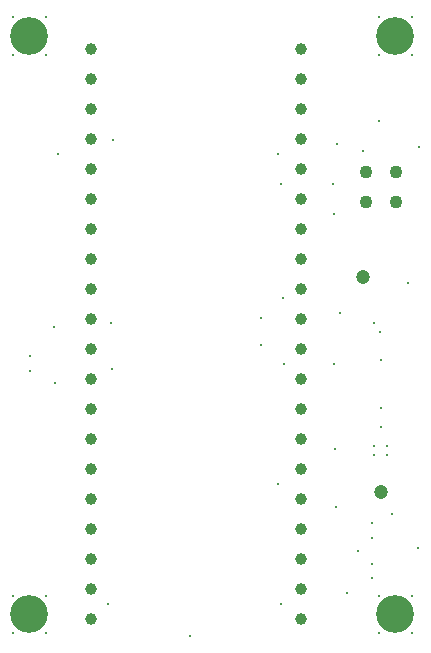
<source format=gbr>
%TF.GenerationSoftware,Altium Limited,Altium Designer,25.5.2 (35)*%
G04 Layer_Color=0*
%FSLAX45Y45*%
%MOMM*%
%TF.SameCoordinates,04C475F5-62FD-4A33-8D44-780EF8A6E366*%
%TF.FilePolarity,Positive*%
%TF.FileFunction,Plated,1,2,PTH,Drill*%
%TF.Part,Single*%
G01*
G75*
%TA.AperFunction,ComponentDrill*%
%ADD48C,1.20000*%
%ADD49C,1.00000*%
%ADD50C,3.20000*%
%ADD51C,1.10000*%
%TA.AperFunction,ViaDrill,NotFilled*%
%ADD52C,0.30000*%
%ADD53C,0.25000*%
D48*
X3127000Y3160000D02*
D03*
X3277000Y1340000D02*
D03*
D49*
X820000Y5088000D02*
D03*
X2598000Y262000D02*
D03*
Y516000D02*
D03*
Y770000D02*
D03*
Y1024000D02*
D03*
Y1278000D02*
D03*
Y1532000D02*
D03*
Y1786000D02*
D03*
Y2040000D02*
D03*
Y2294000D02*
D03*
Y2548000D02*
D03*
Y2802000D02*
D03*
Y3056000D02*
D03*
Y3310000D02*
D03*
Y3564000D02*
D03*
Y3818000D02*
D03*
Y4072000D02*
D03*
Y4326000D02*
D03*
Y4580000D02*
D03*
Y4834000D02*
D03*
Y5088000D02*
D03*
X820000Y262000D02*
D03*
Y516000D02*
D03*
Y770000D02*
D03*
Y1024000D02*
D03*
Y1278000D02*
D03*
Y1532000D02*
D03*
Y1786000D02*
D03*
Y2040000D02*
D03*
Y2294000D02*
D03*
Y2548000D02*
D03*
Y2802000D02*
D03*
Y3056000D02*
D03*
Y3310000D02*
D03*
Y3564000D02*
D03*
Y3818000D02*
D03*
Y4072000D02*
D03*
Y4326000D02*
D03*
Y4580000D02*
D03*
Y4834000D02*
D03*
D50*
X3400000Y5200000D02*
D03*
X300000Y300000D02*
D03*
Y5200000D02*
D03*
X3400000Y300000D02*
D03*
D51*
X3156000Y3790000D02*
D03*
Y4044000D02*
D03*
X3410000Y3790000D02*
D03*
Y4044000D02*
D03*
D52*
X3220000Y2770000D02*
D03*
X2260000Y2580000D02*
D03*
Y2810000D02*
D03*
X2445803Y2976678D02*
D03*
X3590000Y860000D02*
D03*
X520000Y2260000D02*
D03*
X510000Y2730000D02*
D03*
X990000Y2770000D02*
D03*
X1000000Y2380000D02*
D03*
X540000Y4200000D02*
D03*
X2910000Y4280000D02*
D03*
X3130000Y4220000D02*
D03*
X2870000Y3940000D02*
D03*
X2880000Y3690000D02*
D03*
X2460000Y2420000D02*
D03*
X2880000D02*
D03*
X2890000Y1700000D02*
D03*
X2900000Y1210000D02*
D03*
X970000Y390000D02*
D03*
X2430000D02*
D03*
X2990000Y480000D02*
D03*
X3080000Y840000D02*
D03*
X3280000Y1890000D02*
D03*
X3277000Y2050000D02*
D03*
Y2450000D02*
D03*
X3270000Y2690000D02*
D03*
X3510000Y3110000D02*
D03*
X3600000Y4260000D02*
D03*
X3260000Y4480000D02*
D03*
X1660000Y120000D02*
D03*
X2410000Y1400000D02*
D03*
X1010000Y4320000D02*
D03*
X2430000Y3940000D02*
D03*
X2410000Y4200000D02*
D03*
X310000Y2490000D02*
D03*
Y2360000D02*
D03*
X3370000Y1150000D02*
D03*
X3220000Y1650000D02*
D03*
Y1730000D02*
D03*
X3330000Y1650000D02*
D03*
X3200000Y1070000D02*
D03*
Y950000D02*
D03*
X3330091Y1729971D02*
D03*
X3200000Y730000D02*
D03*
Y610000D02*
D03*
X2930000Y2850000D02*
D03*
D53*
X3260000Y5040000D02*
D03*
X3540000D02*
D03*
Y5360000D02*
D03*
X3260000D02*
D03*
X160000Y140000D02*
D03*
X440000D02*
D03*
Y460000D02*
D03*
X160000D02*
D03*
Y5040000D02*
D03*
X440000D02*
D03*
Y5360000D02*
D03*
X160000D02*
D03*
X3260000Y140000D02*
D03*
X3540000D02*
D03*
Y460000D02*
D03*
X3260000D02*
D03*
%TF.MD5,39e0eeb5c94c33c5b38ac37de3bb8eb0*%
M02*

</source>
